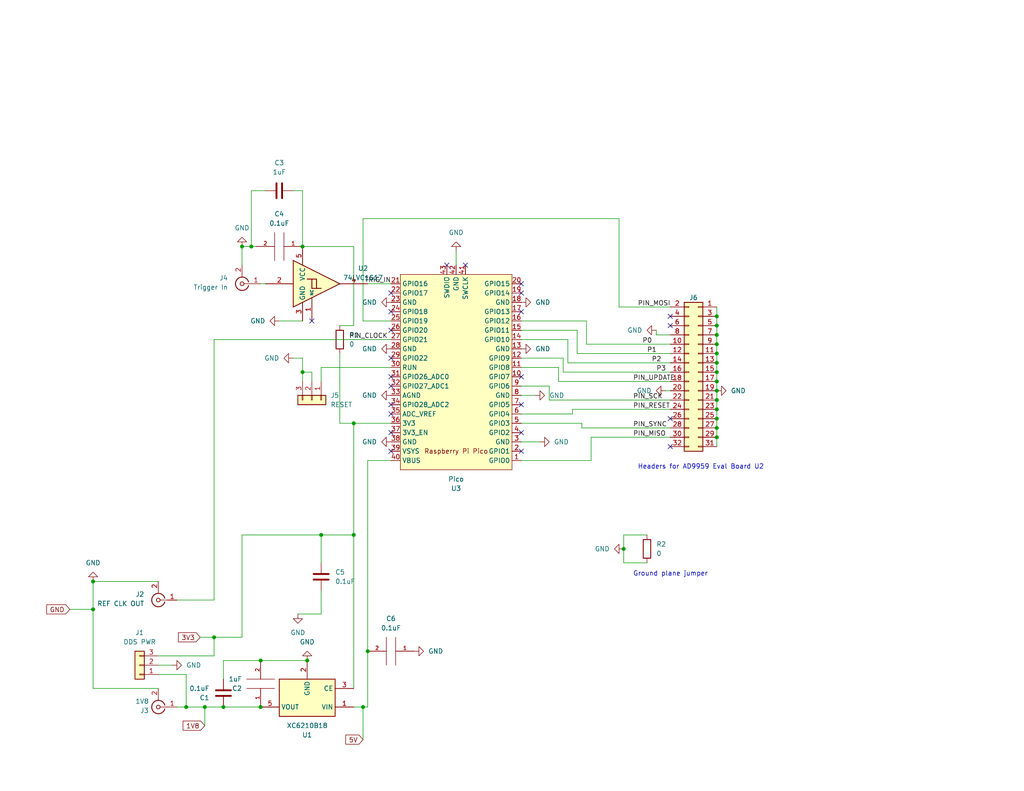
<source format=kicad_sch>
(kicad_sch (version 20230121) (generator eeschema)
  (paper "USLetter")
  (title_block (title "Breakout Board for DDS-Sweeper") (date "2023-01-12"))
  (lib_symbols
    (symbol "74xGxx:74LVC1G17"
      (property "Reference" "U" (at 2.54 7.62 0))
      (property "Value" "74LVC1G17" (at 5.08 -7.62 0))
      (symbol "74LVC1G17_0_1"
        (polyline (pts (xy -2.54 1.27) (xy -1.27 1.27) (xy -1.27 -1.27)) (stroke (width 0.254)) (fill (type background)))
        (polyline (pts (xy -7.62 6.35) (xy -7.62 -6.35) (xy 5.08 0) (xy -7.62 6.35)) (stroke (width 0.254)) (fill (type background)))
        (polyline (pts (xy -3.81 1.27) (xy -2.54 1.27) (xy -2.54 -1.27) (xy 0 -1.27)) (stroke (width 0.254)) (fill (type background)))
      )
      (symbol "74LVC1G17_1_1"
        (pin free line (at -2.54 -10.16 90) (length 6.35) (name "NC") (number "1"))
        (pin input line (at -15.24 0 0) (length 7.62) (name "~") (number "2"))
        (pin power_in line (at -5.08 -10.16 90) (length 5.08) (name "GND") (number "3"))
        (pin output line (at 12.7 0 180) (length 7.62) (name "~") (number "4"))
        (pin power_in line (at -5.08 10.16 270) (length 5.08) (name "VCC") (number "5"))
      )
    )
    (symbol "Connector:Conn_Coaxial" (pin_names (offset 1.016) hide)
      (property "Reference" "J" (at 0.254 3.048 0))
      (property "Value" "Conn_Coaxial" (at 2.921 0 90))
      (symbol "Conn_Coaxial_0_1"
        (arc (start -1.778 -0.508) (mid 0.2311 -1.8066) (end 1.778 0) (stroke (width 0.254)))
        (polyline (pts (xy -2.54 0) (xy -0.508 0)))
        (polyline (pts (xy 0 -2.54) (xy 0 -1.778)))
        (circle (center 0 0) (radius 0.508) (stroke (width 0.2032)))
        (arc (start 1.778 0) (mid 0.2099 1.8101) (end -1.778 0.508) (stroke (width 0.254)))
      )
      (symbol "Conn_Coaxial_1_1"
        (pin passive line (at -5.08 0 0) (length 2.54) (name "In") (number "1"))
        (pin passive line (at 0 -5.08 90) (length 2.54) (name "Ext") (number "2"))
      )
    )
    (symbol "Connector_Generic:Conn_01x03" (pin_names (offset 1.016) hide)
      (property "Reference" "J" (at 0 5.08 0))
      (property "Value" "Conn_01x03" (at 0 -5.08 0))
      (symbol "Conn_01x03_1_1"
        (rectangle (start -1.27 -2.413) (end 0 -2.667) (stroke (width 0.1524)))
        (rectangle (start -1.27 0.127) (end 0 -0.127) (stroke (width 0.1524)))
        (rectangle (start -1.27 2.667) (end 0 2.413) (stroke (width 0.1524)))
        (rectangle (start -1.27 3.81) (end 1.27 -3.81) (stroke (width 0.254)) (fill (type background)))
        (pin passive line (at -5.08 2.54 0) (length 3.81) (name "Pin_1") (number "1"))
        (pin passive line (at -5.08 0 0) (length 3.81) (name "Pin_2") (number "2"))
        (pin passive line (at -5.08 -2.54 0) (length 3.81) (name "Pin_3") (number "3"))
      )
    )
    (symbol "Connector_Generic:Conn_02x16_Odd_Even" (pin_names (offset 1.016) hide)
      (property "Reference" "J" (at 1.27 20.32 0))
      (property "Value" "Conn_02x16_Odd_Even" (at 1.27 -22.86 0))
      (symbol "Conn_02x16_Odd_Even_1_1"
        (rectangle (start -1.27 -20.193) (end 0 -20.447) (stroke (width 0.1524)))
        (rectangle (start -1.27 -17.653) (end 0 -17.907) (stroke (width 0.1524)))
        (rectangle (start -1.27 -15.113) (end 0 -15.367) (stroke (width 0.1524)))
        (rectangle (start -1.27 -12.573) (end 0 -12.827) (stroke (width 0.1524)))
        (rectangle (start -1.27 -10.033) (end 0 -10.287) (stroke (width 0.1524)))
        (rectangle (start -1.27 -7.493) (end 0 -7.747) (stroke (width 0.1524)))
        (rectangle (start -1.27 -4.953) (end 0 -5.207) (stroke (width 0.1524)))
        (rectangle (start -1.27 -2.413) (end 0 -2.667) (stroke (width 0.1524)))
        (rectangle (start -1.27 0.127) (end 0 -0.127) (stroke (width 0.1524)))
        (rectangle (start -1.27 2.667) (end 0 2.413) (stroke (width 0.1524)))
        (rectangle (start -1.27 5.207) (end 0 4.953) (stroke (width 0.1524)))
        (rectangle (start -1.27 7.747) (end 0 7.493) (stroke (width 0.1524)))
        (rectangle (start -1.27 10.287) (end 0 10.033) (stroke (width 0.1524)))
        (rectangle (start -1.27 12.827) (end 0 12.573) (stroke (width 0.1524)))
        (rectangle (start -1.27 15.367) (end 0 15.113) (stroke (width 0.1524)))
        (rectangle (start -1.27 17.907) (end 0 17.653) (stroke (width 0.1524)))
        (rectangle (start -1.27 19.05) (end 3.81 -21.59) (stroke (width 0.254)) (fill (type background)))
        (rectangle (start 3.81 -20.193) (end 2.54 -20.447) (stroke (width 0.1524)))
        (rectangle (start 3.81 -17.653) (end 2.54 -17.907) (stroke (width 0.1524)))
        (rectangle (start 3.81 -15.113) (end 2.54 -15.367) (stroke (width 0.1524)))
        (rectangle (start 3.81 -12.573) (end 2.54 -12.827) (stroke (width 0.1524)))
        (rectangle (start 3.81 -10.033) (end 2.54 -10.287) (stroke (width 0.1524)))
        (rectangle (start 3.81 -7.493) (end 2.54 -7.747) (stroke (width 0.1524)))
        (rectangle (start 3.81 -4.953) (end 2.54 -5.207) (stroke (width 0.1524)))
        (rectangle (start 3.81 -2.413) (end 2.54 -2.667) (stroke (width 0.1524)))
        (rectangle (start 3.81 0.127) (end 2.54 -0.127) (stroke (width 0.1524)))
        (rectangle (start 3.81 2.667) (end 2.54 2.413) (stroke (width 0.1524)))
        (rectangle (start 3.81 5.207) (end 2.54 4.953) (stroke (width 0.1524)))
        (rectangle (start 3.81 7.747) (end 2.54 7.493) (stroke (width 0.1524)))
        (rectangle (start 3.81 10.287) (end 2.54 10.033) (stroke (width 0.1524)))
        (rectangle (start 3.81 12.827) (end 2.54 12.573) (stroke (width 0.1524)))
        (rectangle (start 3.81 15.367) (end 2.54 15.113) (stroke (width 0.1524)))
        (rectangle (start 3.81 17.907) (end 2.54 17.653) (stroke (width 0.1524)))
        (pin passive line (at -5.08 17.78 0) (length 3.81) (name "Pin_1") (number "1"))
        (pin passive line (at 7.62 7.62 180) (length 3.81) (name "Pin_10") (number "10"))
        (pin passive line (at -5.08 5.08 0) (length 3.81) (name "Pin_11") (number "11"))
        (pin passive line (at 7.62 5.08 180) (length 3.81) (name "Pin_12") (number "12"))
        (pin passive line (at -5.08 2.54 0) (length 3.81) (name "Pin_13") (number "13"))
        (pin passive line (at 7.62 2.54 180) (length 3.81) (name "Pin_14") (number "14"))
        (pin passive line (at -5.08 0 0) (length 3.81) (name "Pin_15") (number "15"))
        (pin passive line (at 7.62 0 180) (length 3.81) (name "Pin_16") (number "16"))
        (pin passive line (at -5.08 -2.54 0) (length 3.81) (name "Pin_17") (number "17"))
        (pin passive line (at 7.62 -2.54 180) (length 3.81) (name "Pin_18") (number "18"))
        (pin passive line (at -5.08 -5.08 0) (length 3.81) (name "Pin_19") (number "19"))
        (pin passive line (at 7.62 17.78 180) (length 3.81) (name "Pin_2") (number "2"))
        (pin passive line (at 7.62 -5.08 180) (length 3.81) (name "Pin_20") (number "20"))
        (pin passive line (at -5.08 -7.62 0) (length 3.81) (name "Pin_21") (number "21"))
        (pin passive line (at 7.62 -7.62 180) (length 3.81) (name "Pin_22") (number "22"))
        (pin passive line (at -5.08 -10.16 0) (length 3.81) (name "Pin_23") (number "23"))
        (pin passive line (at 7.62 -10.16 180) (length 3.81) (name "Pin_24") (number "24"))
        (pin passive line (at -5.08 -12.7 0) (length 3.81) (name "Pin_25") (number "25"))
        (pin passive line (at 7.62 -12.7 180) (length 3.81) (name "Pin_26") (number "26"))
        (pin passive line (at -5.08 -15.24 0) (length 3.81) (name "Pin_27") (number "27"))
        (pin passive line (at 7.62 -15.24 180) (length 3.81) (name "Pin_28") (number "28"))
        (pin passive line (at -5.08 -17.78 0) (length 3.81) (name "Pin_29") (number "29"))
        (pin passive line (at -5.08 15.24 0) (length 3.81) (name "Pin_3") (number "3"))
        (pin passive line (at 7.62 -17.78 180) (length 3.81) (name "Pin_30") (number "30"))
        (pin passive line (at -5.08 -20.32 0) (length 3.81) (name "Pin_31") (number "31"))
        (pin passive line (at 7.62 -20.32 180) (length 3.81) (name "Pin_32") (number "32"))
        (pin passive line (at 7.62 15.24 180) (length 3.81) (name "Pin_4") (number "4"))
        (pin passive line (at -5.08 12.7 0) (length 3.81) (name "Pin_5") (number "5"))
        (pin passive line (at 7.62 12.7 180) (length 3.81) (name "Pin_6") (number "6"))
        (pin passive line (at -5.08 10.16 0) (length 3.81) (name "Pin_7") (number "7"))
        (pin passive line (at 7.62 10.16 180) (length 3.81) (name "Pin_8") (number "8"))
        (pin passive line (at -5.08 7.62 0) (length 3.81) (name "Pin_9") (number "9"))
      )
    )
    (symbol "Device:C" (pin_numbers hide) (pin_names (offset 0.254))
      (property "Reference" "C" (at 0.635 2.54 0))
      (property "Value" "C" (at 0.635 -2.54 0))
      (symbol "C_0_1"
        (polyline (pts (xy -2.032 -0.762) (xy 2.032 -0.762)) (stroke (width 0.508)))
        (polyline (pts (xy -2.032 0.762) (xy 2.032 0.762)) (stroke (width 0.508)))
      )
      (symbol "C_1_1"
        (pin passive line (at 0 3.81 270) (length 2.794) (name "~") (number "1"))
        (pin passive line (at 0 -3.81 90) (length 2.794) (name "~") (number "2"))
      )
    )
    (symbol "Device:R" (pin_numbers hide) (pin_names (offset 0))
      (property "Reference" "R" (at 2.032 0 90))
      (property "Value" "R" (at 0 0 90))
      (symbol "R_0_1"
        (rectangle (start -1.016 -2.54) (end 1.016 2.54) (stroke (width 0.254)))
      )
      (symbol "R_1_1"
        (pin passive line (at 0 3.81 270) (length 1.27) (name "~") (number "1"))
        (pin passive line (at 0 -3.81 90) (length 1.27) (name "~") (number "2"))
      )
    )
    (symbol "MCU_RaspberryPi_and_Boards:Pico"
      (property "Reference" "U" (at -13.97 27.94 0))
      (property "Value" "Pico" (at 0 19.05 0))
      (symbol "Pico_0_0"
        (text "Raspberry Pi Pico" (at 0 21.59 0) (effects (font (size 1.27 1.27))))
      )
      (symbol "Pico_0_1"
        (rectangle (start -15.24 26.67) (end 15.24 -26.67) (fill (type background)))
      )
      (symbol "Pico_1_1"
        (pin bidirectional line (at -17.78 24.13 0) (length 2.54) (name "GPIO0") (number "1"))
        (pin bidirectional line (at -17.78 1.27 0) (length 2.54) (name "GPIO7") (number "10"))
        (pin bidirectional line (at -17.78 -1.27 0) (length 2.54) (name "GPIO8") (number "11"))
        (pin bidirectional line (at -17.78 -3.81 0) (length 2.54) (name "GPIO9") (number "12"))
        (pin power_in line (at -17.78 -6.35 0) (length 2.54) (name "GND") (number "13"))
        (pin bidirectional line (at -17.78 -8.89 0) (length 2.54) (name "GPIO10") (number "14"))
        (pin bidirectional line (at -17.78 -11.43 0) (length 2.54) (name "GPIO11") (number "15"))
        (pin bidirectional line (at -17.78 -13.97 0) (length 2.54) (name "GPIO12") (number "16"))
        (pin bidirectional line (at -17.78 -16.51 0) (length 2.54) (name "GPIO13") (number "17"))
        (pin power_in line (at -17.78 -19.05 0) (length 2.54) (name "GND") (number "18"))
        (pin bidirectional line (at -17.78 -21.59 0) (length 2.54) (name "GPIO14") (number "19"))
        (pin bidirectional line (at -17.78 21.59 0) (length 2.54) (name "GPIO1") (number "2"))
        (pin bidirectional line (at -17.78 -24.13 0) (length 2.54) (name "GPIO15") (number "20"))
        (pin bidirectional line (at 17.78 -24.13 180) (length 2.54) (name "GPIO16") (number "21"))
        (pin bidirectional line (at 17.78 -21.59 180) (length 2.54) (name "GPIO17") (number "22"))
        (pin power_in line (at 17.78 -19.05 180) (length 2.54) (name "GND") (number "23"))
        (pin bidirectional line (at 17.78 -16.51 180) (length 2.54) (name "GPIO18") (number "24"))
        (pin bidirectional line (at 17.78 -13.97 180) (length 2.54) (name "GPIO19") (number "25"))
        (pin bidirectional line (at 17.78 -11.43 180) (length 2.54) (name "GPIO20") (number "26"))
        (pin bidirectional line (at 17.78 -8.89 180) (length 2.54) (name "GPIO21") (number "27"))
        (pin power_in line (at 17.78 -6.35 180) (length 2.54) (name "GND") (number "28"))
        (pin bidirectional line (at 17.78 -3.81 180) (length 2.54) (name "GPIO22") (number "29"))
        (pin power_in line (at -17.78 19.05 0) (length 2.54) (name "GND") (number "3"))
        (pin input line (at 17.78 -1.27 180) (length 2.54) (name "RUN") (number "30"))
        (pin bidirectional line (at 17.78 1.27 180) (length 2.54) (name "GPIO26_ADC0") (number "31"))
        (pin bidirectional line (at 17.78 3.81 180) (length 2.54) (name "GPIO27_ADC1") (number "32"))
        (pin power_in line (at 17.78 6.35 180) (length 2.54) (name "AGND") (number "33"))
        (pin bidirectional line (at 17.78 8.89 180) (length 2.54) (name "GPIO28_ADC2") (number "34"))
        (pin power_in line (at 17.78 11.43 180) (length 2.54) (name "ADC_VREF") (number "35"))
        (pin power_in line (at 17.78 13.97 180) (length 2.54) (name "3V3") (number "36"))
        (pin input line (at 17.78 16.51 180) (length 2.54) (name "3V3_EN") (number "37"))
        (pin bidirectional line (at 17.78 19.05 180) (length 2.54) (name "GND") (number "38"))
        (pin power_in line (at 17.78 21.59 180) (length 2.54) (name "VSYS") (number "39"))
        (pin bidirectional line (at -17.78 16.51 0) (length 2.54) (name "GPIO2") (number "4"))
        (pin power_in line (at 17.78 24.13 180) (length 2.54) (name "VBUS") (number "40"))
        (pin input line (at -2.54 -29.21 90) (length 2.54) (name "SWCLK") (number "41"))
        (pin power_in line (at 0 -29.21 90) (length 2.54) (name "GND") (number "42"))
        (pin bidirectional line (at 2.54 -29.21 90) (length 2.54) (name "SWDIO") (number "43"))
        (pin bidirectional line (at -17.78 13.97 0) (length 2.54) (name "GPIO3") (number "5"))
        (pin bidirectional line (at -17.78 11.43 0) (length 2.54) (name "GPIO4") (number "6"))
        (pin bidirectional line (at -17.78 8.89 0) (length 2.54) (name "GPIO5") (number "7"))
        (pin power_in line (at -17.78 6.35 0) (length 2.54) (name "GND") (number "8"))
        (pin bidirectional line (at -17.78 3.81 0) (length 2.54) (name "GPIO6") (number "9"))
      )
    )
    (symbol "Regulator_Linear:XC6210B332MR"
      (property "Reference" "U" (at 0 8.89 0))
      (property "Value" "XC6210B332MR" (at 0 6.35 0))
      (symbol "XC6210B332MR_0_1"
        (rectangle (start -7.62 5.08) (end 7.62 -5.08) (stroke (width 0.254)) (fill (type background)))
      )
      (symbol "XC6210B332MR_1_1"
        (pin power_in line (at -12.7 2.54 0) (length 5.08) (name "VIN") (number "1"))
        (pin power_in line (at 0 -10.16 90) (length 5.08) (name "GND") (number "2"))
        (pin input line (at -12.7 -2.54 0) (length 5.08) (name "CE") (number "3"))
        (pin no_connect line (at 12.7 -2.54 180) (length 5.08) hide (name "NC") (number "4"))
        (pin power_out line (at 12.7 2.54 180) (length 5.08) (name "VOUT") (number "5"))
      )
    )
    (symbol "power:GND" (power) (pin_names (offset 0))
      (property "Value" "GND" (at 0 -3.81 0))
      (symbol "GND_0_1"
        (polyline (pts (xy 0 0) (xy 0 -1.27) (xy 1.27 -1.27) (xy 0 -2.54) (xy -1.27 -1.27) (xy 0 -1.27)))
      )
      (symbol "GND_1_1"
        (pin power_in line (at 0 0 270) (length 0) hide (name "GND") (number "1"))
      )
    )
    (symbol "pspice:CAP" (pin_names (offset 0.254))
      (property "Reference" "C" (at 2.54 3.81 90))
      (property "Value" "CAP" (at 2.54 -3.81 90))
      (symbol "CAP_0_1"
        (polyline (pts (xy -3.81 -1.27) (xy 3.81 -1.27)))
        (polyline (pts (xy -3.81 1.27) (xy 3.81 1.27)))
      )
      (symbol "CAP_1_1"
        (pin passive line (at 0 6.35 270) (length 5.08) (name "~") (number "1"))
        (pin passive line (at 0 -6.35 90) (length 5.08) (name "~") (number "2"))
      )
    )
  )
  (junction (at 195.58 88.9))
  (junction (at 60.96 193.04))
  (junction (at 195.58 91.44))
  (junction (at 195.58 106.68))
  (junction (at 100.33 177.8))
  (junction (at 99.06 193.04))
  (junction (at 195.58 99.06))
  (junction (at 195.58 101.6))
  (junction (at 195.58 119.38))
  (junction (at 66.04 67.31))
  (junction (at 195.58 111.76))
  (junction (at 68.58 67.31))
  (junction (at 82.55 101.6))
  (junction (at 96.52 115.57))
  (junction (at 25.4 158.75))
  (junction (at 170.18 149.86))
  (junction (at 82.55 67.31))
  (junction (at 25.4 166.37))
  (junction (at 71.12 180.34))
  (junction (at 195.58 86.36))
  (junction (at 87.63 146.05))
  (junction (at 50.8 193.04))
  (junction (at 96.52 146.05))
  (junction (at 195.58 104.14))
  (junction (at 58.42 173.99))
  (junction (at 195.58 96.52))
  (junction (at 83.82 180.34))
  (junction (at 71.12 193.04))
  (junction (at 55.88 193.04))
  (junction (at 195.58 93.98))
  (junction (at 195.58 116.84))
  (junction (at 195.58 109.22))
  (junction (at 195.58 114.3))
  (no_connect (at 142.24 123.19))
  (no_connect (at 85.09 87.63))
  (no_connect (at 106.68 85.09))
  (no_connect (at 142.24 80.01))
  (no_connect (at 106.68 113.03))
  (no_connect (at 121.92 72.39))
  (no_connect (at 182.88 86.36))
  (no_connect (at 106.68 102.87))
  (no_connect (at 106.68 97.79))
  (no_connect (at 106.68 105.41))
  (no_connect (at 142.24 77.47))
  (no_connect (at 142.24 102.87))
  (no_connect (at 106.68 118.11))
  (no_connect (at 142.24 118.11))
  (no_connect (at 182.88 114.3))
  (no_connect (at 127 72.39))
  (no_connect (at 182.88 121.92))
  (no_connect (at 106.68 123.19))
  (no_connect (at 142.24 85.09))
  (no_connect (at 106.68 110.49))
  (no_connect (at 106.68 90.17))
  (no_connect (at 182.88 88.9))
  (no_connect (at 106.68 80.01))
  (no_connect (at 142.24 110.49))
  (wire (pts (xy 160.02 87.63) (xy 160.02 93.98)))
  (wire (pts (xy 154.94 99.06) (xy 182.88 99.06)))
  (wire (pts (xy 149.86 109.22) (xy 182.88 109.22)))
  (wire (pts (xy 195.58 106.68) (xy 195.58 109.22)))
  (wire (pts (xy 195.58 109.22) (xy 195.58 111.76)))
  (wire (pts (xy 100.33 193.04) (xy 99.06 193.04)))
  (wire (pts (xy 87.63 104.14) (xy 87.63 100.33)))
  (wire (pts (xy 100.33 77.47) (xy 106.68 77.47)))
  (wire (pts (xy 156.21 111.76) (xy 182.88 111.76)))
  (wire (pts (xy 76.2 87.63) (xy 82.55 87.63)))
  (wire (pts (xy 43.18 184.15) (xy 50.8 184.15)))
  (wire (pts (xy 25.4 158.75) (xy 25.4 166.37)))
  (wire (pts (xy 82.55 97.79) (xy 80.01 97.79)))
  (wire (pts (xy 179.07 91.44) (xy 182.88 91.44)))
  (wire (pts (xy 195.58 96.52) (xy 195.58 99.06)))
  (wire (pts (xy 87.63 153.67) (xy 87.63 146.05)))
  (wire (pts (xy 25.4 166.37) (xy 19.05 166.37)))
  (wire (pts (xy 58.42 173.99) (xy 54.61 173.99)))
  (wire (pts (xy 43.18 179.07) (xy 58.42 179.07)))
  (wire (pts (xy 161.29 119.38) (xy 182.88 119.38)))
  (wire (pts (xy 168.91 83.82) (xy 182.88 83.82)))
  (wire (pts (xy 55.88 193.04) (xy 60.96 193.04)))
  (wire (pts (xy 142.24 113.03) (xy 156.21 113.03)))
  (wire (pts (xy 154.94 92.71) (xy 154.94 99.06)))
  (wire (pts (xy 66.04 146.05) (xy 87.63 146.05)))
  (wire (pts (xy 58.42 173.99) (xy 58.42 179.07)))
  (wire (pts (xy 58.42 92.71) (xy 106.68 92.71)))
  (wire (pts (xy 160.02 93.98) (xy 182.88 93.98)))
  (wire (pts (xy 161.29 119.38) (xy 161.29 125.73)))
  (wire (pts (xy 153.67 97.79) (xy 153.67 101.6)))
  (wire (pts (xy 68.58 67.31) (xy 69.85 67.31)))
  (wire (pts (xy 106.68 125.73) (xy 100.33 125.73)))
  (wire (pts (xy 68.58 52.07) (xy 68.58 67.31)))
  (wire (pts (xy 58.42 163.83) (xy 48.26 163.83)))
  (wire (pts (xy 82.55 67.31) (xy 96.52 67.31)))
  (wire (pts (xy 195.58 93.98) (xy 195.58 96.52)))
  (wire (pts (xy 142.24 107.95) (xy 146.05 107.95)))
  (wire (pts (xy 195.58 88.9) (xy 195.58 91.44)))
  (wire (pts (xy 83.82 180.34) (xy 71.12 180.34)))
  (wire (pts (xy 100.33 193.04) (xy 100.33 177.8)))
  (wire (pts (xy 66.04 146.05) (xy 66.04 173.99)))
  (wire (pts (xy 157.48 96.52) (xy 182.88 96.52)))
  (wire (pts (xy 25.4 166.37) (xy 25.4 187.96)))
  (wire (pts (xy 149.86 105.41) (xy 149.86 109.22)))
  (wire (pts (xy 179.07 91.44) (xy 179.07 90.17)))
  (wire (pts (xy 158.75 116.84) (xy 182.88 116.84)))
  (wire (pts (xy 195.58 119.38) (xy 195.58 121.92)))
  (wire (pts (xy 96.52 146.05) (xy 87.63 146.05)))
  (wire (pts (xy 85.09 104.14) (xy 85.09 101.6)))
  (wire (pts (xy 92.71 115.57) (xy 96.52 115.57)))
  (wire (pts (xy 195.58 86.36) (xy 195.58 88.9)))
  (wire (pts (xy 153.67 97.79) (xy 142.24 97.79)))
  (wire (pts (xy 58.42 92.71) (xy 58.42 163.83)))
  (wire (pts (xy 72.39 52.07) (xy 68.58 52.07)))
  (wire (pts (xy 60.96 185.42) (xy 60.96 180.34)))
  (wire (pts (xy 60.96 180.34) (xy 71.12 180.34)))
  (wire (pts (xy 157.48 90.17) (xy 142.24 90.17)))
  (wire (pts (xy 106.68 115.57) (xy 96.52 115.57)))
  (wire (pts (xy 82.55 104.14) (xy 82.55 101.6)))
  (wire (pts (xy 96.52 187.96) (xy 96.52 146.05)))
  (wire (pts (xy 87.63 161.29) (xy 87.63 167.64)))
  (wire (pts (xy 80.01 52.07) (xy 82.55 52.07)))
  (wire (pts (xy 100.33 125.73) (xy 100.33 177.8)))
  (wire (pts (xy 160.02 87.63) (xy 142.24 87.63)))
  (wire (pts (xy 181.61 106.68) (xy 182.88 106.68)))
  (wire (pts (xy 168.91 59.69) (xy 168.91 83.82)))
  (wire (pts (xy 124.46 68.58) (xy 124.46 72.39)))
  (wire (pts (xy 99.06 87.63) (xy 99.06 59.69)))
  (wire (pts (xy 156.21 113.03) (xy 156.21 111.76)))
  (wire (pts (xy 152.4 104.14) (xy 182.88 104.14)))
  (wire (pts (xy 170.18 146.05) (xy 170.18 149.86)))
  (wire (pts (xy 85.09 101.6) (xy 82.55 101.6)))
  (wire (pts (xy 43.18 181.61) (xy 46.99 181.61)))
  (wire (pts (xy 170.18 149.86) (xy 170.18 153.67)))
  (wire (pts (xy 195.58 116.84) (xy 195.58 119.38)))
  (wire (pts (xy 157.48 90.17) (xy 157.48 96.52)))
  (wire (pts (xy 66.04 67.31) (xy 68.58 67.31)))
  (wire (pts (xy 43.18 187.96) (xy 25.4 187.96)))
  (wire (pts (xy 195.58 114.3) (xy 195.58 116.84)))
  (wire (pts (xy 96.52 88.9) (xy 92.71 88.9)))
  (wire (pts (xy 153.67 101.6) (xy 182.88 101.6)))
  (wire (pts (xy 82.55 52.07) (xy 82.55 67.31)))
  (wire (pts (xy 142.24 105.41) (xy 149.86 105.41)))
  (wire (pts (xy 60.96 193.04) (xy 71.12 193.04)))
  (wire (pts (xy 142.24 115.57) (xy 158.75 115.57)))
  (wire (pts (xy 55.88 198.12) (xy 55.88 193.04)))
  (wire (pts (xy 96.52 115.57) (xy 96.52 146.05)))
  (wire (pts (xy 154.94 92.71) (xy 142.24 92.71)))
  (wire (pts (xy 161.29 125.73) (xy 142.24 125.73)))
  (wire (pts (xy 92.71 96.52) (xy 92.71 115.57)))
  (wire (pts (xy 195.58 111.76) (xy 195.58 114.3)))
  (wire (pts (xy 106.68 87.63) (xy 99.06 87.63)))
  (wire (pts (xy 82.55 101.6) (xy 82.55 97.79)))
  (wire (pts (xy 195.58 101.6) (xy 195.58 104.14)))
  (wire (pts (xy 195.58 83.82) (xy 195.58 86.36)))
  (wire (pts (xy 43.18 158.75) (xy 25.4 158.75)))
  (wire (pts (xy 99.06 193.04) (xy 96.52 193.04)))
  (wire (pts (xy 195.58 91.44) (xy 195.58 93.98)))
  (wire (pts (xy 55.88 193.04) (xy 50.8 193.04)))
  (wire (pts (xy 176.53 153.67) (xy 170.18 153.67)))
  (wire (pts (xy 66.04 173.99) (xy 58.42 173.99)))
  (wire (pts (xy 195.58 104.14) (xy 195.58 106.68)))
  (wire (pts (xy 195.58 99.06) (xy 195.58 101.6)))
  (wire (pts (xy 96.52 67.31) (xy 96.52 88.9)))
  (wire (pts (xy 50.8 193.04) (xy 48.26 193.04)))
  (wire (pts (xy 50.8 184.15) (xy 50.8 193.04)))
  (wire (pts (xy 99.06 201.93) (xy 99.06 193.04)))
  (wire (pts (xy 158.75 115.57) (xy 158.75 116.84)))
  (wire (pts (xy 66.04 67.31) (xy 66.04 72.39)))
  (wire (pts (xy 152.4 104.14) (xy 152.4 100.33)))
  (wire (pts (xy 87.63 100.33) (xy 106.68 100.33)))
  (wire (pts (xy 176.53 146.05) (xy 170.18 146.05)))
  (wire (pts (xy 87.63 167.64) (xy 81.28 167.64)))
  (wire (pts (xy 147.32 120.65) (xy 142.24 120.65)))
  (wire (pts (xy 71.12 77.47) (xy 72.39 77.47)))
  (wire (pts (xy 152.4 100.33) (xy 142.24 100.33)))
  (wire (pts (xy 99.06 59.69) (xy 168.91 59.69)))
  (text "Headers for AD9959 Eval Board U2" (at 173.99 128.27 0) (effects (font (size 1.27 1.27)) (justify left bottom)))
  (text "Ground plane jumper" (at 172.72 157.48 0) (effects (font (size 1.27 1.27)) (justify left bottom)))
  (label "PIN_RESET" (at 172.72 111.76 0))
  (label "P2" (at 177.8 99.06 0))
  (label "TRIG_IN" (at 106.68 77.47 180))
  (label "P3" (at 179.07 101.6 0))
  (label "PIN_MISO" (at 172.72 119.38 0))
  (label "PIN_CLOCK" (at 95.25 92.71 0))
  (label "P0" (at 175.26 93.98 0))
  (label "PIN_SCK" (at 172.72 109.22 0))
  (label "PIN_MOSI" (at 173.99 83.82 0))
  (label "P1" (at 176.53 96.52 0))
  (label "PIN_UPDATE" (at 172.72 104.14 0))
  (label "PIN_SYNC" (at 172.72 116.84 0))
  (global_label "3V3" (shape input) (at 54.61 173.99 180) (property "Intersheetrefs" "${INTERSHEET_REFS}" (effects hide)))
  (global_label "1V8" (shape input) (at 55.88 198.12 180) (property "Intersheetrefs" "${INTERSHEET_REFS}" (effects hide)))
  (global_label "5V" (shape input) (at 99.06 201.93 180) (property "Intersheetrefs" "${INTERSHEET_REFS}" (effects hide)))
  (global_label "GND" (shape input) (at 19.05 166.37 180) (property "Intersheetrefs" "${INTERSHEET_REFS}" (effects hide)))
  (symbol (lib_id "power:GND") (at 106.68 95.25 270) (unit 1)
    (property "Reference" "#PWR09" (effects hide))
    (property "Value" "GND" (at 102.87 95.2501 90) (effects (justify right)))
  )
  (symbol (lib_id "pspice:CAP") (at 76.2 67.31 270) (unit 1)
    (property "Reference" "C4" (at 76.2 58.42 90))
    (property "Value" "0.1uF" (at 76.2 60.96 90))
    (property "Footprint" "Capacitor_SMD:C_0805_2012Metric_Pad1.18x1.45mm_HandSolder" (effects hide))
  )
  (symbol (lib_id "pspice:CAP") (at 71.12 186.69 180) (unit 1)
    (property "Reference" "C2" (at 66.04 187.96 0) (effects (justify left)))
    (property "Value" "1uF" (at 66.04 185.42 0) (effects (justify left)))
    (property "Footprint" "Capacitor_SMD:C_0805_2012Metric_Pad1.18x1.45mm_HandSolder" (effects hide))
  )
  (symbol (lib_id "MCU_RaspberryPi_and_Boards:Pico") (at 124.46 101.6 180) (unit 1)
    (property "Reference" "U3" (at 124.46 133.35 0))
    (property "Value" "Pico" (at 124.46 130.81 0))
    (property "Footprint" "MCU_RaspberryPi_and_Boards:RPi_Pico_SMD" (effects hide))
  )
  (symbol (lib_id "Device:R") (at 176.53 149.86 0) (unit 1)
    (property "Reference" "R2" (at 179.07 148.59 0) (effects (justify left)))
    (property "Value" "0" (at 179.07 151.13 0) (effects (justify left)))
    (property "Footprint" "Resistor_SMD:R_1206_3216Metric_Pad1.30x1.75mm_HandSolder" (effects hide))
  )
  (symbol (lib_id "power:GND") (at 179.07 90.17 270) (unit 1)
    (property "Reference" "#PWR019" (effects hide))
    (property "Value" "GND" (at 175.26 90.17 90) (effects (justify right)))
  )
  (symbol (lib_id "power:GND") (at 142.24 95.25 90) (unit 1)
    (property "Reference" "#PWR015" (effects hide))
    (property "Value" "GND" (at 146.05 95.2501 90) (effects (justify right)))
  )
  (symbol (lib_id "Connector:Conn_Coaxial") (at 43.18 163.83 180) (unit 1)
    (property "Reference" "J2" (at 39.37 162.2668 0) (effects (justify left)))
    (property "Value" "REF CLK OUT" (at 39.37 164.8068 0) (effects (justify left)))
    (property "Footprint" "Connector_Coaxial:SMA_Samtec_SMA-J-P-X-ST-EM1_EdgeMount" (effects hide))
    (property "Datasheet" " ~" (effects hide))
  )
  (symbol (lib_id "Device:R") (at 92.71 92.71 0) (unit 1)
    (property "Reference" "R1" (at 95.25 91.44 0) (effects (justify left)))
    (property "Value" "0" (at 95.25 93.98 0) (effects (justify left)))
    (property "Footprint" "Resistor_SMD:R_1206_3216Metric_Pad1.30x1.75mm_HandSolder" (effects hide))
  )
  (symbol (lib_id "power:GND") (at 106.68 107.95 270) (unit 1)
    (property "Reference" "#PWR010" (effects hide))
    (property "Value" "GND" (at 102.87 107.9501 90) (effects (justify right)))
  )
  (symbol (lib_id "power:GND") (at 195.58 106.68 90) (unit 1)
    (property "Reference" "#PWR021" (effects hide))
    (property "Value" "GND" (at 199.39 106.6799 90) (effects (justify right)))
  )
  (symbol (lib_id "power:GND") (at 81.28 167.64 0) (unit 1)
    (property "Reference" "#PWR06" (effects hide))
    (property "Value" "GND" (at 81.28 172.72 0))
  )
  (symbol (lib_id "Connector:Conn_Coaxial") (at 43.18 193.04 180) (unit 1)
    (property "Reference" "J3" (at 40.64 194.0169 0) (effects (justify left)))
    (property "Value" "1V8" (at 40.64 191.4769 0) (effects (justify left)))
    (property "Footprint" "Connector_Coaxial:SMA_Samtec_SMA-J-P-X-ST-EM1_EdgeMount" (effects hide))
    (property "Datasheet" " ~" (effects hide))
  )
  (symbol (lib_id "power:GND") (at 80.01 97.79 270) (unit 1)
    (property "Reference" "#PWR05" (effects hide))
    (property "Value" "GND" (at 76.2 97.7901 90) (effects (justify right)))
  )
  (symbol (lib_id "power:GND") (at 170.18 149.86 270) (unit 1)
    (property "Reference" "#PWR018" (effects hide))
    (property "Value" "GND" (at 166.37 149.86 90) (effects (justify right)))
  )
  (symbol (lib_id "Connector_Generic:Conn_01x03") (at 38.1 181.61 180) (unit 1)
    (property "Reference" "J1" (at 38.1 172.72 0))
    (property "Value" "DDS PWR" (at 38.1 175.26 0))
    (property "Footprint" "Connector_PinHeader_2.54mm:PinHeader_1x03_P2.54mm_Vertical" (effects hide))
  )
  (symbol (lib_id "power:GND") (at 181.61 106.68 270) (unit 1)
    (property "Reference" "#PWR020" (effects hide))
    (property "Value" "GND" (at 177.8 106.68 90) (effects (justify right)))
  )
  (symbol (lib_id "power:GND") (at 83.82 180.34 180) (unit 1)
    (property "Reference" "#PWR07" (effects hide))
    (property "Value" "GND" (at 83.82 175.26 0))
  )
  (symbol (lib_id "power:GND") (at 147.32 120.65 90) (unit 1)
    (property "Reference" "#PWR017" (effects hide))
    (property "Value" "GND" (at 151.13 120.6501 90) (effects (justify right)))
  )
  (symbol (lib_id "power:GND") (at 46.99 181.61 90) (unit 1)
    (property "Reference" "#PWR02" (effects hide))
    (property "Value" "GND" (at 50.8 181.61 90) (effects (justify right)))
  )
  (symbol (lib_id "power:GND") (at 142.24 82.55 90) (unit 1)
    (property "Reference" "#PWR014" (effects hide))
    (property "Value" "GND" (at 146.05 82.5501 90) (effects (justify right)))
  )
  (symbol (lib_id "Device:C") (at 76.2 52.07 270) (unit 1)
    (property "Reference" "C3" (at 76.2 44.45 90))
    (property "Value" "1uF" (at 76.2 46.99 90))
    (property "Footprint" "Capacitor_SMD:C_0805_2012Metric_Pad1.18x1.45mm_HandSolder" (effects hide))
  )
  (symbol (lib_id "power:GND") (at 124.46 68.58 180) (unit 1)
    (property "Reference" "#PWR013" (effects hide))
    (property "Value" "GND" (at 124.46 63.5 0))
  )
  (symbol (lib_id "power:GND") (at 113.03 177.8 90) (unit 1)
    (property "Reference" "#PWR012" (effects hide))
    (property "Value" "GND" (at 116.84 177.8001 90) (effects (justify right)))
  )
  (symbol (lib_id "Connector_Generic:Conn_01x03") (at 85.09 109.22 270) (unit 1)
    (property "Reference" "J5" (at 90.17 107.95 90) (effects (justify left)))
    (property "Value" "RESET" (at 90.17 110.49 90) (effects (justify left)))
    (property "Footprint" "Connector_PinHeader_2.54mm:PinHeader_1x03_P2.54mm_Vertical" (effects hide))
  )
  (symbol (lib_id "Connector_Generic:Conn_02x16_Odd_Even") (at 190.5 101.6 0) (mirror y) (unit 1)
    (property "Reference" "J6" (at 189.23 81.28 0))
    (property "Value" "AD9959 Eval Header" (effects hide))
    (property "Footprint" "Connector_PinSocket_2.54mm:PinSocket_2x16_P2.54mm_Vertical" (effects hide))
  )
  (symbol (lib_id "Connector:Conn_Coaxial") (at 66.04 77.47 180) (unit 1)
    (property "Reference" "J4" (at 62.23 75.9068 0) (effects (justify left)))
    (property "Value" "Trigger In" (at 62.23 78.4468 0) (effects (justify left)))
    (property "Footprint" "Connector_Coaxial:SMA_Samtec_SMA-J-P-X-ST-EM1_EdgeMount" (effects hide))
    (property "Datasheet" " ~" (effects hide))
  )
  (symbol (lib_id "Device:C") (at 60.96 189.23 180) (unit 1)
    (property "Reference" "C1" (at 57.15 190.5 0) (effects (justify left)))
    (property "Value" "0.1uF" (at 57.15 187.96 0) (effects (justify left)))
    (property "Footprint" "Capacitor_SMD:C_0805_2012Metric_Pad1.18x1.45mm_HandSolder" (effects hide))
  )
  (symbol (lib_id "power:GND") (at 106.68 120.65 270) (unit 1)
    (property "Reference" "#PWR011" (effects hide))
    (property "Value" "GND" (at 102.87 120.6501 90) (effects (justify right)))
  )
  (symbol (lib_id "Device:C") (at 87.63 157.48 180) (unit 1)
    (property "Reference" "C5" (at 91.44 156.21 0) (effects (justify right)))
    (property "Value" "0.1uF" (at 91.44 158.75 0) (effects (justify right)))
    (property "Footprint" "Capacitor_SMD:C_0805_2012Metric_Pad1.18x1.45mm_HandSolder" (effects hide))
  )
  (symbol (lib_id "74xGxx:74LVC1G17") (at 87.63 77.47 0) (unit 1)
    (property "Reference" "U2" (at 99.06 73.2791 0))
    (property "Value" "74LVC1G17" (at 99.06 75.8191 0))
    (property "Footprint" "Package_TO_SOT_SMD:SOT-23-5" (effects hide))
    (property "Datasheet" "https://www.ti.com/lit/ds/symlink/sn74lvc1g17.pdf" (effects hide))
  )
  (symbol (lib_id "power:GND") (at 25.4 158.75 180) (unit 1)
    (property "Reference" "#PWR01" (effects hide))
    (property "Value" "GND" (at 25.4 153.67 0))
  )
  (symbol (lib_id "power:GND") (at 76.2 87.63 270) (unit 1)
    (property "Reference" "#PWR04" (effects hide))
    (property "Value" "GND" (at 72.39 87.63 90) (effects (justify right)))
  )
  (symbol (lib_id "power:GND") (at 146.05 107.95 90) (unit 1)
    (property "Reference" "#PWR016" (effects hide))
    (property "Value" "GND" (at 149.86 107.9501 90) (effects (justify right)))
  )
  (symbol (lib_id "Regulator_Linear:XC6210B332MR") (at 83.82 190.5 180) (unit 1)
    (property "Reference" "U1" (at 83.82 200.66 0))
    (property "Value" "XC6210B18" (at 83.82 198.12 0))
    (property "Footprint" "Package_TO_SOT_SMD:SOT-23-5" (effects hide))
    (property "Datasheet" "https://www.torexsemi.com/file/xc6210/XC6210.pdf" (effects hide))
  )
  (symbol (lib_id "power:GND") (at 106.68 82.55 270) (unit 1)
    (property "Reference" "#PWR08" (effects hide))
    (property "Value" "GND" (at 102.87 82.5501 90) (effects (justify right)))
  )
  (symbol (lib_id "power:GND") (at 66.04 67.31 180) (unit 1)
    (property "Reference" "#PWR03" (effects hide))
    (property "Value" "GND" (at 66.04 62.23 0))
  )
  (symbol (lib_id "pspice:CAP") (at 106.68 177.8 270) (unit 1)
    (property "Reference" "C6" (at 106.68 168.91 90))
    (property "Value" "0.1uF" (at 106.68 171.45 90))
    (property "Footprint" "Capacitor_SMD:C_0805_2012Metric_Pad1.18x1.45mm_HandSolder" (effects hide))
  )
)
</source>
